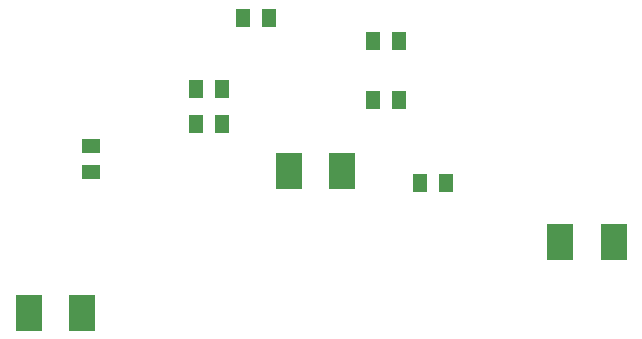
<source format=gbp>
G04*
G04 #@! TF.GenerationSoftware,Altium Limited,CircuitMaker,2.3.0 (2.3.0.3)*
G04*
G04 Layer_Color=16770453*
%FSLAX25Y25*%
%MOIN*%
G70*
G04*
G04 #@! TF.SameCoordinates,0492DEC5-DE9E-4361-A043-D8868978FAA7*
G04*
G04*
G04 #@! TF.FilePolarity,Positive*
G04*
G01*
G75*
%ADD56R,0.06299X0.05118*%
%ADD57R,0.05118X0.06299*%
%ADD58R,0.09055X0.12008*%
%ADD59R,0.08661X0.12008*%
D56*
X224409Y264173D02*
D03*
Y255512D02*
D03*
D57*
X259449Y271653D02*
D03*
X268110D02*
D03*
Y283465D02*
D03*
X259449D02*
D03*
X318504Y279528D02*
D03*
X327165D02*
D03*
X275197Y307087D02*
D03*
X283858D02*
D03*
X327165Y299213D02*
D03*
X318504D02*
D03*
X342913Y251969D02*
D03*
X334252D02*
D03*
D58*
X203740Y208661D02*
D03*
X380905Y232284D02*
D03*
X308071Y255906D02*
D03*
D59*
X221457Y208661D02*
D03*
X398622Y232284D02*
D03*
X290354Y255906D02*
D03*
M02*

</source>
